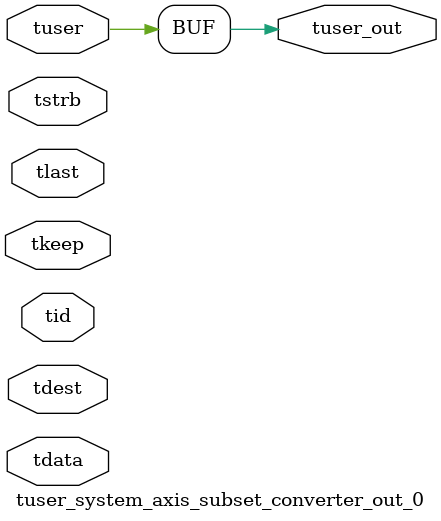
<source format=v>


`timescale 1ps/1ps

module tuser_system_axis_subset_converter_out_0 #
(
parameter C_S_AXIS_TUSER_WIDTH = 1,
parameter C_S_AXIS_TDATA_WIDTH = 32,
parameter C_S_AXIS_TID_WIDTH   = 0,
parameter C_S_AXIS_TDEST_WIDTH = 0,
parameter C_M_AXIS_TUSER_WIDTH = 1
)
(
input  [(C_S_AXIS_TUSER_WIDTH == 0 ? 1 : C_S_AXIS_TUSER_WIDTH)-1:0     ] tuser,
input  [(C_S_AXIS_TDATA_WIDTH == 0 ? 1 : C_S_AXIS_TDATA_WIDTH)-1:0     ] tdata,
input  [(C_S_AXIS_TID_WIDTH   == 0 ? 1 : C_S_AXIS_TID_WIDTH)-1:0       ] tid,
input  [(C_S_AXIS_TDEST_WIDTH == 0 ? 1 : C_S_AXIS_TDEST_WIDTH)-1:0     ] tdest,
input  [(C_S_AXIS_TDATA_WIDTH/8)-1:0 ] tkeep,
input  [(C_S_AXIS_TDATA_WIDTH/8)-1:0 ] tstrb,
input                                                                    tlast,
output [C_M_AXIS_TUSER_WIDTH-1:0] tuser_out
);

assign tuser_out = {tuser[0:0]};

endmodule


</source>
